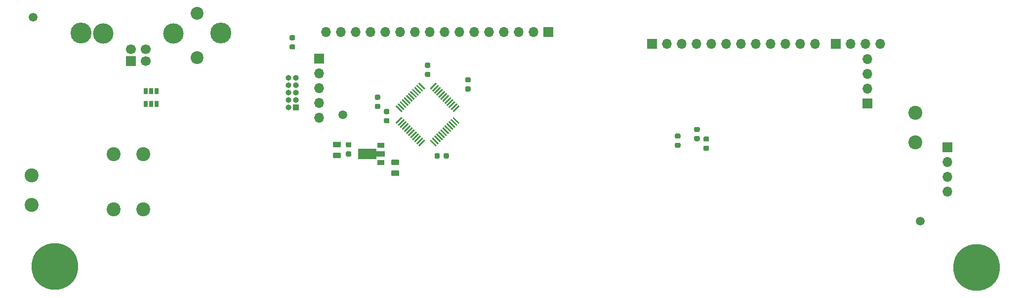
<source format=gbr>
G04 #@! TF.GenerationSoftware,KiCad,Pcbnew,5.1.9+dfsg1-1*
G04 #@! TF.CreationDate,2021-07-22T22:29:17+02:00*
G04 #@! TF.ProjectId,ctrl-m,6374726c-2d6d-42e6-9b69-6361645f7063,1.0*
G04 #@! TF.SameCoordinates,Original*
G04 #@! TF.FileFunction,Soldermask,Bot*
G04 #@! TF.FilePolarity,Negative*
%FSLAX46Y46*%
G04 Gerber Fmt 4.6, Leading zero omitted, Abs format (unit mm)*
G04 Created by KiCad (PCBNEW 5.1.9+dfsg1-1) date 2021-07-22 22:29:17*
%MOMM*%
%LPD*%
G01*
G04 APERTURE LIST*
%ADD10C,1.500000*%
%ADD11C,3.600000*%
%ADD12C,2.200000*%
%ADD13R,1.700000X1.700000*%
%ADD14O,1.700000X1.700000*%
%ADD15C,1.700000*%
%ADD16C,3.500000*%
%ADD17R,1.000000X1.000000*%
%ADD18O,1.000000X1.000000*%
%ADD19R,0.650000X1.060000*%
%ADD20C,2.400000*%
%ADD21C,8.000000*%
%ADD22R,1.300000X0.900000*%
%ADD23C,0.100000*%
G04 APERTURE END LIST*
D10*
X117400000Y-94219000D03*
X216340000Y-112529000D03*
X64330000Y-77499000D03*
D11*
X72470000Y-80169000D03*
D12*
X92400000Y-84389000D03*
X92400000Y-76769000D03*
D13*
X113284000Y-84582000D03*
D14*
X113284000Y-87122000D03*
X113284000Y-89662000D03*
X113284000Y-92202000D03*
X113284000Y-94742000D03*
G36*
G01*
X108984250Y-81420500D02*
X108471750Y-81420500D01*
G75*
G02*
X108253000Y-81201750I0J218750D01*
G01*
X108253000Y-80764250D01*
G75*
G02*
X108471750Y-80545500I218750J0D01*
G01*
X108984250Y-80545500D01*
G75*
G02*
X109203000Y-80764250I0J-218750D01*
G01*
X109203000Y-81201750D01*
G75*
G02*
X108984250Y-81420500I-218750J0D01*
G01*
G37*
G36*
G01*
X108984250Y-82995500D02*
X108471750Y-82995500D01*
G75*
G02*
X108253000Y-82776750I0J218750D01*
G01*
X108253000Y-82339250D01*
G75*
G02*
X108471750Y-82120500I218750J0D01*
G01*
X108984250Y-82120500D01*
G75*
G02*
X109203000Y-82339250I0J-218750D01*
G01*
X109203000Y-82776750D01*
G75*
G02*
X108984250Y-82995500I-218750J0D01*
G01*
G37*
G36*
G01*
X116826250Y-99819000D02*
X115913750Y-99819000D01*
G75*
G02*
X115670000Y-99575250I0J243750D01*
G01*
X115670000Y-99087750D01*
G75*
G02*
X115913750Y-98844000I243750J0D01*
G01*
X116826250Y-98844000D01*
G75*
G02*
X117070000Y-99087750I0J-243750D01*
G01*
X117070000Y-99575250D01*
G75*
G02*
X116826250Y-99819000I-243750J0D01*
G01*
G37*
G36*
G01*
X116826250Y-101694000D02*
X115913750Y-101694000D01*
G75*
G02*
X115670000Y-101450250I0J243750D01*
G01*
X115670000Y-100962750D01*
G75*
G02*
X115913750Y-100719000I243750J0D01*
G01*
X116826250Y-100719000D01*
G75*
G02*
X117070000Y-100962750I0J-243750D01*
G01*
X117070000Y-101450250D01*
G75*
G02*
X116826250Y-101694000I-243750J0D01*
G01*
G37*
G36*
G01*
X118626250Y-101394000D02*
X118113750Y-101394000D01*
G75*
G02*
X117895000Y-101175250I0J218750D01*
G01*
X117895000Y-100737750D01*
G75*
G02*
X118113750Y-100519000I218750J0D01*
G01*
X118626250Y-100519000D01*
G75*
G02*
X118845000Y-100737750I0J-218750D01*
G01*
X118845000Y-101175250D01*
G75*
G02*
X118626250Y-101394000I-218750J0D01*
G01*
G37*
G36*
G01*
X118626250Y-99819000D02*
X118113750Y-99819000D01*
G75*
G02*
X117895000Y-99600250I0J218750D01*
G01*
X117895000Y-99162750D01*
G75*
G02*
X118113750Y-98944000I218750J0D01*
G01*
X118626250Y-98944000D01*
G75*
G02*
X118845000Y-99162750I0J-218750D01*
G01*
X118845000Y-99600250D01*
G75*
G02*
X118626250Y-99819000I-218750J0D01*
G01*
G37*
G36*
G01*
X125908750Y-101904500D02*
X126821250Y-101904500D01*
G75*
G02*
X127065000Y-102148250I0J-243750D01*
G01*
X127065000Y-102635750D01*
G75*
G02*
X126821250Y-102879500I-243750J0D01*
G01*
X125908750Y-102879500D01*
G75*
G02*
X125665000Y-102635750I0J243750D01*
G01*
X125665000Y-102148250D01*
G75*
G02*
X125908750Y-101904500I243750J0D01*
G01*
G37*
G36*
G01*
X125908750Y-103779500D02*
X126821250Y-103779500D01*
G75*
G02*
X127065000Y-104023250I0J-243750D01*
G01*
X127065000Y-104510750D01*
G75*
G02*
X126821250Y-104754500I-243750J0D01*
G01*
X125908750Y-104754500D01*
G75*
G02*
X125665000Y-104510750I0J243750D01*
G01*
X125665000Y-104023250D01*
G75*
G02*
X125908750Y-103779500I243750J0D01*
G01*
G37*
G36*
G01*
X123063750Y-92349000D02*
X123576250Y-92349000D01*
G75*
G02*
X123795000Y-92567750I0J-218750D01*
G01*
X123795000Y-93005250D01*
G75*
G02*
X123576250Y-93224000I-218750J0D01*
G01*
X123063750Y-93224000D01*
G75*
G02*
X122845000Y-93005250I0J218750D01*
G01*
X122845000Y-92567750D01*
G75*
G02*
X123063750Y-92349000I218750J0D01*
G01*
G37*
G36*
G01*
X123063750Y-90774000D02*
X123576250Y-90774000D01*
G75*
G02*
X123795000Y-90992750I0J-218750D01*
G01*
X123795000Y-91430250D01*
G75*
G02*
X123576250Y-91649000I-218750J0D01*
G01*
X123063750Y-91649000D01*
G75*
G02*
X122845000Y-91430250I0J218750D01*
G01*
X122845000Y-90992750D01*
G75*
G02*
X123063750Y-90774000I218750J0D01*
G01*
G37*
G36*
G01*
X132180250Y-87726500D02*
X131667750Y-87726500D01*
G75*
G02*
X131449000Y-87507750I0J218750D01*
G01*
X131449000Y-87070250D01*
G75*
G02*
X131667750Y-86851500I218750J0D01*
G01*
X132180250Y-86851500D01*
G75*
G02*
X132399000Y-87070250I0J-218750D01*
G01*
X132399000Y-87507750D01*
G75*
G02*
X132180250Y-87726500I-218750J0D01*
G01*
G37*
G36*
G01*
X132180250Y-86151500D02*
X131667750Y-86151500D01*
G75*
G02*
X131449000Y-85932750I0J218750D01*
G01*
X131449000Y-85495250D01*
G75*
G02*
X131667750Y-85276500I218750J0D01*
G01*
X132180250Y-85276500D01*
G75*
G02*
X132399000Y-85495250I0J-218750D01*
G01*
X132399000Y-85932750D01*
G75*
G02*
X132180250Y-86151500I-218750J0D01*
G01*
G37*
G36*
G01*
X134674000Y-101545250D02*
X134674000Y-101032750D01*
G75*
G02*
X134892750Y-100814000I218750J0D01*
G01*
X135330250Y-100814000D01*
G75*
G02*
X135549000Y-101032750I0J-218750D01*
G01*
X135549000Y-101545250D01*
G75*
G02*
X135330250Y-101764000I-218750J0D01*
G01*
X134892750Y-101764000D01*
G75*
G02*
X134674000Y-101545250I0J218750D01*
G01*
G37*
G36*
G01*
X133099000Y-101545250D02*
X133099000Y-101032750D01*
G75*
G02*
X133317750Y-100814000I218750J0D01*
G01*
X133755250Y-100814000D01*
G75*
G02*
X133974000Y-101032750I0J-218750D01*
G01*
X133974000Y-101545250D01*
G75*
G02*
X133755250Y-101764000I-218750J0D01*
G01*
X133317750Y-101764000D01*
G75*
G02*
X133099000Y-101545250I0J218750D01*
G01*
G37*
G36*
G01*
X125156250Y-95687500D02*
X124643750Y-95687500D01*
G75*
G02*
X124425000Y-95468750I0J218750D01*
G01*
X124425000Y-95031250D01*
G75*
G02*
X124643750Y-94812500I218750J0D01*
G01*
X125156250Y-94812500D01*
G75*
G02*
X125375000Y-95031250I0J-218750D01*
G01*
X125375000Y-95468750D01*
G75*
G02*
X125156250Y-95687500I-218750J0D01*
G01*
G37*
G36*
G01*
X125156250Y-94112500D02*
X124643750Y-94112500D01*
G75*
G02*
X124425000Y-93893750I0J218750D01*
G01*
X124425000Y-93456250D01*
G75*
G02*
X124643750Y-93237500I218750J0D01*
G01*
X125156250Y-93237500D01*
G75*
G02*
X125375000Y-93456250I0J-218750D01*
G01*
X125375000Y-93893750D01*
G75*
G02*
X125156250Y-94112500I-218750J0D01*
G01*
G37*
D13*
X81070000Y-85000000D03*
D15*
X83570000Y-85000000D03*
X83570000Y-83000000D03*
X81070000Y-83000000D03*
D16*
X76300000Y-80290000D03*
X88340000Y-80290000D03*
D17*
X109347000Y-92964000D03*
D18*
X108077000Y-92964000D03*
X109347000Y-91694000D03*
X108077000Y-91694000D03*
X109347000Y-90424000D03*
X108077000Y-90424000D03*
X109347000Y-89154000D03*
X108077000Y-89154000D03*
X109347000Y-87884000D03*
X108077000Y-87884000D03*
G36*
G01*
X174518250Y-97454000D02*
X175030750Y-97454000D01*
G75*
G02*
X175249500Y-97672750I0J-218750D01*
G01*
X175249500Y-98110250D01*
G75*
G02*
X175030750Y-98329000I-218750J0D01*
G01*
X174518250Y-98329000D01*
G75*
G02*
X174299500Y-98110250I0J218750D01*
G01*
X174299500Y-97672750D01*
G75*
G02*
X174518250Y-97454000I218750J0D01*
G01*
G37*
G36*
G01*
X174518250Y-99029000D02*
X175030750Y-99029000D01*
G75*
G02*
X175249500Y-99247750I0J-218750D01*
G01*
X175249500Y-99685250D01*
G75*
G02*
X175030750Y-99904000I-218750J0D01*
G01*
X174518250Y-99904000D01*
G75*
G02*
X174299500Y-99685250I0J218750D01*
G01*
X174299500Y-99247750D01*
G75*
G02*
X174518250Y-99029000I218750J0D01*
G01*
G37*
G36*
G01*
X177820250Y-97886000D02*
X178332750Y-97886000D01*
G75*
G02*
X178551500Y-98104750I0J-218750D01*
G01*
X178551500Y-98542250D01*
G75*
G02*
X178332750Y-98761000I-218750J0D01*
G01*
X177820250Y-98761000D01*
G75*
G02*
X177601500Y-98542250I0J218750D01*
G01*
X177601500Y-98104750D01*
G75*
G02*
X177820250Y-97886000I218750J0D01*
G01*
G37*
G36*
G01*
X177820250Y-96311000D02*
X178332750Y-96311000D01*
G75*
G02*
X178551500Y-96529750I0J-218750D01*
G01*
X178551500Y-96967250D01*
G75*
G02*
X178332750Y-97186000I-218750J0D01*
G01*
X177820250Y-97186000D01*
G75*
G02*
X177601500Y-96967250I0J218750D01*
G01*
X177601500Y-96529750D01*
G75*
G02*
X177820250Y-96311000I218750J0D01*
G01*
G37*
G36*
G01*
X179407750Y-97962000D02*
X179920250Y-97962000D01*
G75*
G02*
X180139000Y-98180750I0J-218750D01*
G01*
X180139000Y-98618250D01*
G75*
G02*
X179920250Y-98837000I-218750J0D01*
G01*
X179407750Y-98837000D01*
G75*
G02*
X179189000Y-98618250I0J218750D01*
G01*
X179189000Y-98180750D01*
G75*
G02*
X179407750Y-97962000I218750J0D01*
G01*
G37*
G36*
G01*
X179407750Y-99537000D02*
X179920250Y-99537000D01*
G75*
G02*
X180139000Y-99755750I0J-218750D01*
G01*
X180139000Y-100193250D01*
G75*
G02*
X179920250Y-100412000I-218750J0D01*
G01*
X179407750Y-100412000D01*
G75*
G02*
X179189000Y-100193250I0J218750D01*
G01*
X179189000Y-99755750D01*
G75*
G02*
X179407750Y-99537000I218750J0D01*
G01*
G37*
D19*
X85471000Y-92329000D03*
X84521000Y-92329000D03*
X83571000Y-92329000D03*
X83571000Y-90129000D03*
X85471000Y-90129000D03*
X84521000Y-90129000D03*
G36*
G01*
X133371246Y-88726600D02*
X133477312Y-88832666D01*
G75*
G02*
X133477312Y-88938732I-53033J-53033D01*
G01*
X132540396Y-89875648D01*
G75*
G02*
X132434330Y-89875648I-53033J53033D01*
G01*
X132328264Y-89769582D01*
G75*
G02*
X132328264Y-89663516I53033J53033D01*
G01*
X133265180Y-88726600D01*
G75*
G02*
X133371246Y-88726600I53033J-53033D01*
G01*
G37*
G36*
G01*
X133724800Y-89080154D02*
X133830866Y-89186220D01*
G75*
G02*
X133830866Y-89292286I-53033J-53033D01*
G01*
X132893950Y-90229202D01*
G75*
G02*
X132787884Y-90229202I-53033J53033D01*
G01*
X132681818Y-90123136D01*
G75*
G02*
X132681818Y-90017070I53033J53033D01*
G01*
X133618734Y-89080154D01*
G75*
G02*
X133724800Y-89080154I53033J-53033D01*
G01*
G37*
G36*
G01*
X134078353Y-89433707D02*
X134184419Y-89539773D01*
G75*
G02*
X134184419Y-89645839I-53033J-53033D01*
G01*
X133247503Y-90582755D01*
G75*
G02*
X133141437Y-90582755I-53033J53033D01*
G01*
X133035371Y-90476689D01*
G75*
G02*
X133035371Y-90370623I53033J53033D01*
G01*
X133972287Y-89433707D01*
G75*
G02*
X134078353Y-89433707I53033J-53033D01*
G01*
G37*
G36*
G01*
X134431907Y-89787261D02*
X134537973Y-89893327D01*
G75*
G02*
X134537973Y-89999393I-53033J-53033D01*
G01*
X133601057Y-90936309D01*
G75*
G02*
X133494991Y-90936309I-53033J53033D01*
G01*
X133388925Y-90830243D01*
G75*
G02*
X133388925Y-90724177I53033J53033D01*
G01*
X134325841Y-89787261D01*
G75*
G02*
X134431907Y-89787261I53033J-53033D01*
G01*
G37*
G36*
G01*
X134785460Y-90140814D02*
X134891526Y-90246880D01*
G75*
G02*
X134891526Y-90352946I-53033J-53033D01*
G01*
X133954610Y-91289862D01*
G75*
G02*
X133848544Y-91289862I-53033J53033D01*
G01*
X133742478Y-91183796D01*
G75*
G02*
X133742478Y-91077730I53033J53033D01*
G01*
X134679394Y-90140814D01*
G75*
G02*
X134785460Y-90140814I53033J-53033D01*
G01*
G37*
G36*
G01*
X135139013Y-90494367D02*
X135245079Y-90600433D01*
G75*
G02*
X135245079Y-90706499I-53033J-53033D01*
G01*
X134308163Y-91643415D01*
G75*
G02*
X134202097Y-91643415I-53033J53033D01*
G01*
X134096031Y-91537349D01*
G75*
G02*
X134096031Y-91431283I53033J53033D01*
G01*
X135032947Y-90494367D01*
G75*
G02*
X135139013Y-90494367I53033J-53033D01*
G01*
G37*
G36*
G01*
X135492567Y-90847921D02*
X135598633Y-90953987D01*
G75*
G02*
X135598633Y-91060053I-53033J-53033D01*
G01*
X134661717Y-91996969D01*
G75*
G02*
X134555651Y-91996969I-53033J53033D01*
G01*
X134449585Y-91890903D01*
G75*
G02*
X134449585Y-91784837I53033J53033D01*
G01*
X135386501Y-90847921D01*
G75*
G02*
X135492567Y-90847921I53033J-53033D01*
G01*
G37*
G36*
G01*
X135846120Y-91201474D02*
X135952186Y-91307540D01*
G75*
G02*
X135952186Y-91413606I-53033J-53033D01*
G01*
X135015270Y-92350522D01*
G75*
G02*
X134909204Y-92350522I-53033J53033D01*
G01*
X134803138Y-92244456D01*
G75*
G02*
X134803138Y-92138390I53033J53033D01*
G01*
X135740054Y-91201474D01*
G75*
G02*
X135846120Y-91201474I53033J-53033D01*
G01*
G37*
G36*
G01*
X136199673Y-91555027D02*
X136305739Y-91661093D01*
G75*
G02*
X136305739Y-91767159I-53033J-53033D01*
G01*
X135368823Y-92704075D01*
G75*
G02*
X135262757Y-92704075I-53033J53033D01*
G01*
X135156691Y-92598009D01*
G75*
G02*
X135156691Y-92491943I53033J53033D01*
G01*
X136093607Y-91555027D01*
G75*
G02*
X136199673Y-91555027I53033J-53033D01*
G01*
G37*
G36*
G01*
X136553227Y-91908581D02*
X136659293Y-92014647D01*
G75*
G02*
X136659293Y-92120713I-53033J-53033D01*
G01*
X135722377Y-93057629D01*
G75*
G02*
X135616311Y-93057629I-53033J53033D01*
G01*
X135510245Y-92951563D01*
G75*
G02*
X135510245Y-92845497I53033J53033D01*
G01*
X136447161Y-91908581D01*
G75*
G02*
X136553227Y-91908581I53033J-53033D01*
G01*
G37*
G36*
G01*
X136906780Y-92262134D02*
X137012846Y-92368200D01*
G75*
G02*
X137012846Y-92474266I-53033J-53033D01*
G01*
X136075930Y-93411182D01*
G75*
G02*
X135969864Y-93411182I-53033J53033D01*
G01*
X135863798Y-93305116D01*
G75*
G02*
X135863798Y-93199050I53033J53033D01*
G01*
X136800714Y-92262134D01*
G75*
G02*
X136906780Y-92262134I53033J-53033D01*
G01*
G37*
G36*
G01*
X137260334Y-92615688D02*
X137366400Y-92721754D01*
G75*
G02*
X137366400Y-92827820I-53033J-53033D01*
G01*
X136429484Y-93764736D01*
G75*
G02*
X136323418Y-93764736I-53033J53033D01*
G01*
X136217352Y-93658670D01*
G75*
G02*
X136217352Y-93552604I53033J53033D01*
G01*
X137154268Y-92615688D01*
G75*
G02*
X137260334Y-92615688I53033J-53033D01*
G01*
G37*
G36*
G01*
X136429484Y-94613264D02*
X137366400Y-95550180D01*
G75*
G02*
X137366400Y-95656246I-53033J-53033D01*
G01*
X137260334Y-95762312D01*
G75*
G02*
X137154268Y-95762312I-53033J53033D01*
G01*
X136217352Y-94825396D01*
G75*
G02*
X136217352Y-94719330I53033J53033D01*
G01*
X136323418Y-94613264D01*
G75*
G02*
X136429484Y-94613264I53033J-53033D01*
G01*
G37*
G36*
G01*
X136075930Y-94966818D02*
X137012846Y-95903734D01*
G75*
G02*
X137012846Y-96009800I-53033J-53033D01*
G01*
X136906780Y-96115866D01*
G75*
G02*
X136800714Y-96115866I-53033J53033D01*
G01*
X135863798Y-95178950D01*
G75*
G02*
X135863798Y-95072884I53033J53033D01*
G01*
X135969864Y-94966818D01*
G75*
G02*
X136075930Y-94966818I53033J-53033D01*
G01*
G37*
G36*
G01*
X135722377Y-95320371D02*
X136659293Y-96257287D01*
G75*
G02*
X136659293Y-96363353I-53033J-53033D01*
G01*
X136553227Y-96469419D01*
G75*
G02*
X136447161Y-96469419I-53033J53033D01*
G01*
X135510245Y-95532503D01*
G75*
G02*
X135510245Y-95426437I53033J53033D01*
G01*
X135616311Y-95320371D01*
G75*
G02*
X135722377Y-95320371I53033J-53033D01*
G01*
G37*
G36*
G01*
X135368823Y-95673925D02*
X136305739Y-96610841D01*
G75*
G02*
X136305739Y-96716907I-53033J-53033D01*
G01*
X136199673Y-96822973D01*
G75*
G02*
X136093607Y-96822973I-53033J53033D01*
G01*
X135156691Y-95886057D01*
G75*
G02*
X135156691Y-95779991I53033J53033D01*
G01*
X135262757Y-95673925D01*
G75*
G02*
X135368823Y-95673925I53033J-53033D01*
G01*
G37*
G36*
G01*
X135015270Y-96027478D02*
X135952186Y-96964394D01*
G75*
G02*
X135952186Y-97070460I-53033J-53033D01*
G01*
X135846120Y-97176526D01*
G75*
G02*
X135740054Y-97176526I-53033J53033D01*
G01*
X134803138Y-96239610D01*
G75*
G02*
X134803138Y-96133544I53033J53033D01*
G01*
X134909204Y-96027478D01*
G75*
G02*
X135015270Y-96027478I53033J-53033D01*
G01*
G37*
G36*
G01*
X134661717Y-96381031D02*
X135598633Y-97317947D01*
G75*
G02*
X135598633Y-97424013I-53033J-53033D01*
G01*
X135492567Y-97530079D01*
G75*
G02*
X135386501Y-97530079I-53033J53033D01*
G01*
X134449585Y-96593163D01*
G75*
G02*
X134449585Y-96487097I53033J53033D01*
G01*
X134555651Y-96381031D01*
G75*
G02*
X134661717Y-96381031I53033J-53033D01*
G01*
G37*
G36*
G01*
X134308163Y-96734585D02*
X135245079Y-97671501D01*
G75*
G02*
X135245079Y-97777567I-53033J-53033D01*
G01*
X135139013Y-97883633D01*
G75*
G02*
X135032947Y-97883633I-53033J53033D01*
G01*
X134096031Y-96946717D01*
G75*
G02*
X134096031Y-96840651I53033J53033D01*
G01*
X134202097Y-96734585D01*
G75*
G02*
X134308163Y-96734585I53033J-53033D01*
G01*
G37*
G36*
G01*
X133954610Y-97088138D02*
X134891526Y-98025054D01*
G75*
G02*
X134891526Y-98131120I-53033J-53033D01*
G01*
X134785460Y-98237186D01*
G75*
G02*
X134679394Y-98237186I-53033J53033D01*
G01*
X133742478Y-97300270D01*
G75*
G02*
X133742478Y-97194204I53033J53033D01*
G01*
X133848544Y-97088138D01*
G75*
G02*
X133954610Y-97088138I53033J-53033D01*
G01*
G37*
G36*
G01*
X133601057Y-97441691D02*
X134537973Y-98378607D01*
G75*
G02*
X134537973Y-98484673I-53033J-53033D01*
G01*
X134431907Y-98590739D01*
G75*
G02*
X134325841Y-98590739I-53033J53033D01*
G01*
X133388925Y-97653823D01*
G75*
G02*
X133388925Y-97547757I53033J53033D01*
G01*
X133494991Y-97441691D01*
G75*
G02*
X133601057Y-97441691I53033J-53033D01*
G01*
G37*
G36*
G01*
X133247503Y-97795245D02*
X134184419Y-98732161D01*
G75*
G02*
X134184419Y-98838227I-53033J-53033D01*
G01*
X134078353Y-98944293D01*
G75*
G02*
X133972287Y-98944293I-53033J53033D01*
G01*
X133035371Y-98007377D01*
G75*
G02*
X133035371Y-97901311I53033J53033D01*
G01*
X133141437Y-97795245D01*
G75*
G02*
X133247503Y-97795245I53033J-53033D01*
G01*
G37*
G36*
G01*
X132893950Y-98148798D02*
X133830866Y-99085714D01*
G75*
G02*
X133830866Y-99191780I-53033J-53033D01*
G01*
X133724800Y-99297846D01*
G75*
G02*
X133618734Y-99297846I-53033J53033D01*
G01*
X132681818Y-98360930D01*
G75*
G02*
X132681818Y-98254864I53033J53033D01*
G01*
X132787884Y-98148798D01*
G75*
G02*
X132893950Y-98148798I53033J-53033D01*
G01*
G37*
G36*
G01*
X132540396Y-98502352D02*
X133477312Y-99439268D01*
G75*
G02*
X133477312Y-99545334I-53033J-53033D01*
G01*
X133371246Y-99651400D01*
G75*
G02*
X133265180Y-99651400I-53033J53033D01*
G01*
X132328264Y-98714484D01*
G75*
G02*
X132328264Y-98608418I53033J53033D01*
G01*
X132434330Y-98502352D01*
G75*
G02*
X132540396Y-98502352I53033J-53033D01*
G01*
G37*
G36*
G01*
X131373670Y-98502352D02*
X131479736Y-98608418D01*
G75*
G02*
X131479736Y-98714484I-53033J-53033D01*
G01*
X130542820Y-99651400D01*
G75*
G02*
X130436754Y-99651400I-53033J53033D01*
G01*
X130330688Y-99545334D01*
G75*
G02*
X130330688Y-99439268I53033J53033D01*
G01*
X131267604Y-98502352D01*
G75*
G02*
X131373670Y-98502352I53033J-53033D01*
G01*
G37*
G36*
G01*
X131020116Y-98148798D02*
X131126182Y-98254864D01*
G75*
G02*
X131126182Y-98360930I-53033J-53033D01*
G01*
X130189266Y-99297846D01*
G75*
G02*
X130083200Y-99297846I-53033J53033D01*
G01*
X129977134Y-99191780D01*
G75*
G02*
X129977134Y-99085714I53033J53033D01*
G01*
X130914050Y-98148798D01*
G75*
G02*
X131020116Y-98148798I53033J-53033D01*
G01*
G37*
G36*
G01*
X130666563Y-97795245D02*
X130772629Y-97901311D01*
G75*
G02*
X130772629Y-98007377I-53033J-53033D01*
G01*
X129835713Y-98944293D01*
G75*
G02*
X129729647Y-98944293I-53033J53033D01*
G01*
X129623581Y-98838227D01*
G75*
G02*
X129623581Y-98732161I53033J53033D01*
G01*
X130560497Y-97795245D01*
G75*
G02*
X130666563Y-97795245I53033J-53033D01*
G01*
G37*
G36*
G01*
X130313009Y-97441691D02*
X130419075Y-97547757D01*
G75*
G02*
X130419075Y-97653823I-53033J-53033D01*
G01*
X129482159Y-98590739D01*
G75*
G02*
X129376093Y-98590739I-53033J53033D01*
G01*
X129270027Y-98484673D01*
G75*
G02*
X129270027Y-98378607I53033J53033D01*
G01*
X130206943Y-97441691D01*
G75*
G02*
X130313009Y-97441691I53033J-53033D01*
G01*
G37*
G36*
G01*
X129959456Y-97088138D02*
X130065522Y-97194204D01*
G75*
G02*
X130065522Y-97300270I-53033J-53033D01*
G01*
X129128606Y-98237186D01*
G75*
G02*
X129022540Y-98237186I-53033J53033D01*
G01*
X128916474Y-98131120D01*
G75*
G02*
X128916474Y-98025054I53033J53033D01*
G01*
X129853390Y-97088138D01*
G75*
G02*
X129959456Y-97088138I53033J-53033D01*
G01*
G37*
G36*
G01*
X129605903Y-96734585D02*
X129711969Y-96840651D01*
G75*
G02*
X129711969Y-96946717I-53033J-53033D01*
G01*
X128775053Y-97883633D01*
G75*
G02*
X128668987Y-97883633I-53033J53033D01*
G01*
X128562921Y-97777567D01*
G75*
G02*
X128562921Y-97671501I53033J53033D01*
G01*
X129499837Y-96734585D01*
G75*
G02*
X129605903Y-96734585I53033J-53033D01*
G01*
G37*
G36*
G01*
X129252349Y-96381031D02*
X129358415Y-96487097D01*
G75*
G02*
X129358415Y-96593163I-53033J-53033D01*
G01*
X128421499Y-97530079D01*
G75*
G02*
X128315433Y-97530079I-53033J53033D01*
G01*
X128209367Y-97424013D01*
G75*
G02*
X128209367Y-97317947I53033J53033D01*
G01*
X129146283Y-96381031D01*
G75*
G02*
X129252349Y-96381031I53033J-53033D01*
G01*
G37*
G36*
G01*
X128898796Y-96027478D02*
X129004862Y-96133544D01*
G75*
G02*
X129004862Y-96239610I-53033J-53033D01*
G01*
X128067946Y-97176526D01*
G75*
G02*
X127961880Y-97176526I-53033J53033D01*
G01*
X127855814Y-97070460D01*
G75*
G02*
X127855814Y-96964394I53033J53033D01*
G01*
X128792730Y-96027478D01*
G75*
G02*
X128898796Y-96027478I53033J-53033D01*
G01*
G37*
G36*
G01*
X128545243Y-95673925D02*
X128651309Y-95779991D01*
G75*
G02*
X128651309Y-95886057I-53033J-53033D01*
G01*
X127714393Y-96822973D01*
G75*
G02*
X127608327Y-96822973I-53033J53033D01*
G01*
X127502261Y-96716907D01*
G75*
G02*
X127502261Y-96610841I53033J53033D01*
G01*
X128439177Y-95673925D01*
G75*
G02*
X128545243Y-95673925I53033J-53033D01*
G01*
G37*
G36*
G01*
X128191689Y-95320371D02*
X128297755Y-95426437D01*
G75*
G02*
X128297755Y-95532503I-53033J-53033D01*
G01*
X127360839Y-96469419D01*
G75*
G02*
X127254773Y-96469419I-53033J53033D01*
G01*
X127148707Y-96363353D01*
G75*
G02*
X127148707Y-96257287I53033J53033D01*
G01*
X128085623Y-95320371D01*
G75*
G02*
X128191689Y-95320371I53033J-53033D01*
G01*
G37*
G36*
G01*
X127838136Y-94966818D02*
X127944202Y-95072884D01*
G75*
G02*
X127944202Y-95178950I-53033J-53033D01*
G01*
X127007286Y-96115866D01*
G75*
G02*
X126901220Y-96115866I-53033J53033D01*
G01*
X126795154Y-96009800D01*
G75*
G02*
X126795154Y-95903734I53033J53033D01*
G01*
X127732070Y-94966818D01*
G75*
G02*
X127838136Y-94966818I53033J-53033D01*
G01*
G37*
G36*
G01*
X127484582Y-94613264D02*
X127590648Y-94719330D01*
G75*
G02*
X127590648Y-94825396I-53033J-53033D01*
G01*
X126653732Y-95762312D01*
G75*
G02*
X126547666Y-95762312I-53033J53033D01*
G01*
X126441600Y-95656246D01*
G75*
G02*
X126441600Y-95550180I53033J53033D01*
G01*
X127378516Y-94613264D01*
G75*
G02*
X127484582Y-94613264I53033J-53033D01*
G01*
G37*
G36*
G01*
X126653732Y-92615688D02*
X127590648Y-93552604D01*
G75*
G02*
X127590648Y-93658670I-53033J-53033D01*
G01*
X127484582Y-93764736D01*
G75*
G02*
X127378516Y-93764736I-53033J53033D01*
G01*
X126441600Y-92827820D01*
G75*
G02*
X126441600Y-92721754I53033J53033D01*
G01*
X126547666Y-92615688D01*
G75*
G02*
X126653732Y-92615688I53033J-53033D01*
G01*
G37*
G36*
G01*
X127007286Y-92262134D02*
X127944202Y-93199050D01*
G75*
G02*
X127944202Y-93305116I-53033J-53033D01*
G01*
X127838136Y-93411182D01*
G75*
G02*
X127732070Y-93411182I-53033J53033D01*
G01*
X126795154Y-92474266D01*
G75*
G02*
X126795154Y-92368200I53033J53033D01*
G01*
X126901220Y-92262134D01*
G75*
G02*
X127007286Y-92262134I53033J-53033D01*
G01*
G37*
G36*
G01*
X127360839Y-91908581D02*
X128297755Y-92845497D01*
G75*
G02*
X128297755Y-92951563I-53033J-53033D01*
G01*
X128191689Y-93057629D01*
G75*
G02*
X128085623Y-93057629I-53033J53033D01*
G01*
X127148707Y-92120713D01*
G75*
G02*
X127148707Y-92014647I53033J53033D01*
G01*
X127254773Y-91908581D01*
G75*
G02*
X127360839Y-91908581I53033J-53033D01*
G01*
G37*
G36*
G01*
X127714393Y-91555027D02*
X128651309Y-92491943D01*
G75*
G02*
X128651309Y-92598009I-53033J-53033D01*
G01*
X128545243Y-92704075D01*
G75*
G02*
X128439177Y-92704075I-53033J53033D01*
G01*
X127502261Y-91767159D01*
G75*
G02*
X127502261Y-91661093I53033J53033D01*
G01*
X127608327Y-91555027D01*
G75*
G02*
X127714393Y-91555027I53033J-53033D01*
G01*
G37*
G36*
G01*
X128067946Y-91201474D02*
X129004862Y-92138390D01*
G75*
G02*
X129004862Y-92244456I-53033J-53033D01*
G01*
X128898796Y-92350522D01*
G75*
G02*
X128792730Y-92350522I-53033J53033D01*
G01*
X127855814Y-91413606D01*
G75*
G02*
X127855814Y-91307540I53033J53033D01*
G01*
X127961880Y-91201474D01*
G75*
G02*
X128067946Y-91201474I53033J-53033D01*
G01*
G37*
G36*
G01*
X128421499Y-90847921D02*
X129358415Y-91784837D01*
G75*
G02*
X129358415Y-91890903I-53033J-53033D01*
G01*
X129252349Y-91996969D01*
G75*
G02*
X129146283Y-91996969I-53033J53033D01*
G01*
X128209367Y-91060053D01*
G75*
G02*
X128209367Y-90953987I53033J53033D01*
G01*
X128315433Y-90847921D01*
G75*
G02*
X128421499Y-90847921I53033J-53033D01*
G01*
G37*
G36*
G01*
X128775053Y-90494367D02*
X129711969Y-91431283D01*
G75*
G02*
X129711969Y-91537349I-53033J-53033D01*
G01*
X129605903Y-91643415D01*
G75*
G02*
X129499837Y-91643415I-53033J53033D01*
G01*
X128562921Y-90706499D01*
G75*
G02*
X128562921Y-90600433I53033J53033D01*
G01*
X128668987Y-90494367D01*
G75*
G02*
X128775053Y-90494367I53033J-53033D01*
G01*
G37*
G36*
G01*
X129128606Y-90140814D02*
X130065522Y-91077730D01*
G75*
G02*
X130065522Y-91183796I-53033J-53033D01*
G01*
X129959456Y-91289862D01*
G75*
G02*
X129853390Y-91289862I-53033J53033D01*
G01*
X128916474Y-90352946D01*
G75*
G02*
X128916474Y-90246880I53033J53033D01*
G01*
X129022540Y-90140814D01*
G75*
G02*
X129128606Y-90140814I53033J-53033D01*
G01*
G37*
G36*
G01*
X129482159Y-89787261D02*
X130419075Y-90724177D01*
G75*
G02*
X130419075Y-90830243I-53033J-53033D01*
G01*
X130313009Y-90936309D01*
G75*
G02*
X130206943Y-90936309I-53033J53033D01*
G01*
X129270027Y-89999393D01*
G75*
G02*
X129270027Y-89893327I53033J53033D01*
G01*
X129376093Y-89787261D01*
G75*
G02*
X129482159Y-89787261I53033J-53033D01*
G01*
G37*
G36*
G01*
X129835713Y-89433707D02*
X130772629Y-90370623D01*
G75*
G02*
X130772629Y-90476689I-53033J-53033D01*
G01*
X130666563Y-90582755D01*
G75*
G02*
X130560497Y-90582755I-53033J53033D01*
G01*
X129623581Y-89645839D01*
G75*
G02*
X129623581Y-89539773I53033J53033D01*
G01*
X129729647Y-89433707D01*
G75*
G02*
X129835713Y-89433707I53033J-53033D01*
G01*
G37*
G36*
G01*
X130189266Y-89080154D02*
X131126182Y-90017070D01*
G75*
G02*
X131126182Y-90123136I-53033J-53033D01*
G01*
X131020116Y-90229202D01*
G75*
G02*
X130914050Y-90229202I-53033J53033D01*
G01*
X129977134Y-89292286D01*
G75*
G02*
X129977134Y-89186220I53033J53033D01*
G01*
X130083200Y-89080154D01*
G75*
G02*
X130189266Y-89080154I53033J-53033D01*
G01*
G37*
G36*
G01*
X130542820Y-88726600D02*
X131479736Y-89663516D01*
G75*
G02*
X131479736Y-89769582I-53033J-53033D01*
G01*
X131373670Y-89875648D01*
G75*
G02*
X131267604Y-89875648I-53033J53033D01*
G01*
X130330688Y-88938732D01*
G75*
G02*
X130330688Y-88832666I53033J53033D01*
G01*
X130436754Y-88726600D01*
G75*
G02*
X130542820Y-88726600I53033J-53033D01*
G01*
G37*
D20*
X78060000Y-101000000D03*
X83140000Y-101000000D03*
X83140000Y-110469000D03*
X78060000Y-110469000D03*
X64000000Y-104669000D03*
X64000000Y-109749000D03*
X215500000Y-93920000D03*
X215500000Y-99000000D03*
D13*
X152600000Y-80000000D03*
D14*
X150060000Y-80000000D03*
X147520000Y-80000000D03*
X144980000Y-80000000D03*
X139900000Y-80000000D03*
X142440000Y-80000000D03*
X134820000Y-80000000D03*
X137360000Y-80000000D03*
X114500000Y-80000000D03*
X132280000Y-80000000D03*
X129740000Y-80000000D03*
X127200000Y-80000000D03*
X124660000Y-80000000D03*
X122120000Y-80000000D03*
X119580000Y-80000000D03*
X117040000Y-80000000D03*
D13*
X170400000Y-82000000D03*
D14*
X172940000Y-82000000D03*
X175480000Y-82000000D03*
X178020000Y-82000000D03*
X183100000Y-82000000D03*
X180560000Y-82000000D03*
X188180000Y-82000000D03*
X185640000Y-82000000D03*
X198340000Y-82000000D03*
X190720000Y-82000000D03*
X193260000Y-82000000D03*
X195800000Y-82000000D03*
D13*
X201880000Y-82000000D03*
D14*
X204420000Y-82000000D03*
X206960000Y-82000000D03*
X209500000Y-82000000D03*
G36*
G01*
X139067250Y-90226500D02*
X138554750Y-90226500D01*
G75*
G02*
X138336000Y-90007750I0J218750D01*
G01*
X138336000Y-89570250D01*
G75*
G02*
X138554750Y-89351500I218750J0D01*
G01*
X139067250Y-89351500D01*
G75*
G02*
X139286000Y-89570250I0J-218750D01*
G01*
X139286000Y-90007750D01*
G75*
G02*
X139067250Y-90226500I-218750J0D01*
G01*
G37*
G36*
G01*
X139067250Y-88651500D02*
X138554750Y-88651500D01*
G75*
G02*
X138336000Y-88432750I0J218750D01*
G01*
X138336000Y-87995250D01*
G75*
G02*
X138554750Y-87776500I218750J0D01*
G01*
X139067250Y-87776500D01*
G75*
G02*
X139286000Y-87995250I0J-218750D01*
G01*
X139286000Y-88432750D01*
G75*
G02*
X139067250Y-88651500I-218750J0D01*
G01*
G37*
D13*
X221000000Y-99822000D03*
D14*
X221000000Y-102362000D03*
X221000000Y-104902000D03*
X221000000Y-107442000D03*
D13*
X207270000Y-92269000D03*
D14*
X207270000Y-89729000D03*
X207270000Y-87189000D03*
X207270000Y-84649000D03*
D21*
X68000000Y-120300000D03*
X226000000Y-120500000D03*
D11*
X96500000Y-80199000D03*
D22*
X123920000Y-99469000D03*
X123920000Y-102469000D03*
D23*
G36*
X119970000Y-100102500D02*
G01*
X123095000Y-100102500D01*
X123095000Y-100519000D01*
X124570000Y-100519000D01*
X124570000Y-101419000D01*
X123095000Y-101419000D01*
X123095000Y-101835500D01*
X119970000Y-101835500D01*
X119970000Y-100102500D01*
G37*
M02*

</source>
